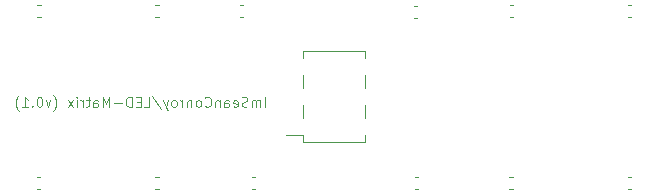
<source format=gbr>
G04 #@! TF.GenerationSoftware,KiCad,Pcbnew,8.0.6*
G04 #@! TF.CreationDate,2025-06-25T21:28:08+01:00*
G04 #@! TF.ProjectId,led-matrix,6c65642d-6d61-4747-9269-782e6b696361,rev?*
G04 #@! TF.SameCoordinates,Original*
G04 #@! TF.FileFunction,Legend,Bot*
G04 #@! TF.FilePolarity,Positive*
%FSLAX46Y46*%
G04 Gerber Fmt 4.6, Leading zero omitted, Abs format (unit mm)*
G04 Created by KiCad (PCBNEW 8.0.6) date 2025-06-25 21:28:08*
%MOMM*%
%LPD*%
G01*
G04 APERTURE LIST*
%ADD10C,0.100000*%
%ADD11C,0.120000*%
G04 APERTURE END LIST*
D10*
X97531830Y-64340777D02*
X97531830Y-63490777D01*
X97127068Y-64340777D02*
X97127068Y-63774110D01*
X97127068Y-63855062D02*
X97086591Y-63814586D01*
X97086591Y-63814586D02*
X97005639Y-63774110D01*
X97005639Y-63774110D02*
X96884210Y-63774110D01*
X96884210Y-63774110D02*
X96803258Y-63814586D01*
X96803258Y-63814586D02*
X96762782Y-63895539D01*
X96762782Y-63895539D02*
X96762782Y-64340777D01*
X96762782Y-63895539D02*
X96722306Y-63814586D01*
X96722306Y-63814586D02*
X96641353Y-63774110D01*
X96641353Y-63774110D02*
X96519925Y-63774110D01*
X96519925Y-63774110D02*
X96438972Y-63814586D01*
X96438972Y-63814586D02*
X96398496Y-63895539D01*
X96398496Y-63895539D02*
X96398496Y-64340777D01*
X96034211Y-64300301D02*
X95912782Y-64340777D01*
X95912782Y-64340777D02*
X95710401Y-64340777D01*
X95710401Y-64340777D02*
X95629449Y-64300301D01*
X95629449Y-64300301D02*
X95588973Y-64259824D01*
X95588973Y-64259824D02*
X95548496Y-64178872D01*
X95548496Y-64178872D02*
X95548496Y-64097920D01*
X95548496Y-64097920D02*
X95588973Y-64016967D01*
X95588973Y-64016967D02*
X95629449Y-63976491D01*
X95629449Y-63976491D02*
X95710401Y-63936015D01*
X95710401Y-63936015D02*
X95872306Y-63895539D01*
X95872306Y-63895539D02*
X95953258Y-63855062D01*
X95953258Y-63855062D02*
X95993735Y-63814586D01*
X95993735Y-63814586D02*
X96034211Y-63733634D01*
X96034211Y-63733634D02*
X96034211Y-63652681D01*
X96034211Y-63652681D02*
X95993735Y-63571729D01*
X95993735Y-63571729D02*
X95953258Y-63531253D01*
X95953258Y-63531253D02*
X95872306Y-63490777D01*
X95872306Y-63490777D02*
X95669925Y-63490777D01*
X95669925Y-63490777D02*
X95548496Y-63531253D01*
X94860401Y-64300301D02*
X94941353Y-64340777D01*
X94941353Y-64340777D02*
X95103258Y-64340777D01*
X95103258Y-64340777D02*
X95184211Y-64300301D01*
X95184211Y-64300301D02*
X95224687Y-64219348D01*
X95224687Y-64219348D02*
X95224687Y-63895539D01*
X95224687Y-63895539D02*
X95184211Y-63814586D01*
X95184211Y-63814586D02*
X95103258Y-63774110D01*
X95103258Y-63774110D02*
X94941353Y-63774110D01*
X94941353Y-63774110D02*
X94860401Y-63814586D01*
X94860401Y-63814586D02*
X94819925Y-63895539D01*
X94819925Y-63895539D02*
X94819925Y-63976491D01*
X94819925Y-63976491D02*
X95224687Y-64057443D01*
X94091354Y-64340777D02*
X94091354Y-63895539D01*
X94091354Y-63895539D02*
X94131830Y-63814586D01*
X94131830Y-63814586D02*
X94212782Y-63774110D01*
X94212782Y-63774110D02*
X94374687Y-63774110D01*
X94374687Y-63774110D02*
X94455640Y-63814586D01*
X94091354Y-64300301D02*
X94172306Y-64340777D01*
X94172306Y-64340777D02*
X94374687Y-64340777D01*
X94374687Y-64340777D02*
X94455640Y-64300301D01*
X94455640Y-64300301D02*
X94496116Y-64219348D01*
X94496116Y-64219348D02*
X94496116Y-64138396D01*
X94496116Y-64138396D02*
X94455640Y-64057443D01*
X94455640Y-64057443D02*
X94374687Y-64016967D01*
X94374687Y-64016967D02*
X94172306Y-64016967D01*
X94172306Y-64016967D02*
X94091354Y-63976491D01*
X93686592Y-63774110D02*
X93686592Y-64340777D01*
X93686592Y-63855062D02*
X93646115Y-63814586D01*
X93646115Y-63814586D02*
X93565163Y-63774110D01*
X93565163Y-63774110D02*
X93443734Y-63774110D01*
X93443734Y-63774110D02*
X93362782Y-63814586D01*
X93362782Y-63814586D02*
X93322306Y-63895539D01*
X93322306Y-63895539D02*
X93322306Y-64340777D01*
X92431829Y-64259824D02*
X92472305Y-64300301D01*
X92472305Y-64300301D02*
X92593734Y-64340777D01*
X92593734Y-64340777D02*
X92674686Y-64340777D01*
X92674686Y-64340777D02*
X92796115Y-64300301D01*
X92796115Y-64300301D02*
X92877067Y-64219348D01*
X92877067Y-64219348D02*
X92917544Y-64138396D01*
X92917544Y-64138396D02*
X92958020Y-63976491D01*
X92958020Y-63976491D02*
X92958020Y-63855062D01*
X92958020Y-63855062D02*
X92917544Y-63693158D01*
X92917544Y-63693158D02*
X92877067Y-63612205D01*
X92877067Y-63612205D02*
X92796115Y-63531253D01*
X92796115Y-63531253D02*
X92674686Y-63490777D01*
X92674686Y-63490777D02*
X92593734Y-63490777D01*
X92593734Y-63490777D02*
X92472305Y-63531253D01*
X92472305Y-63531253D02*
X92431829Y-63571729D01*
X91946115Y-64340777D02*
X92027067Y-64300301D01*
X92027067Y-64300301D02*
X92067544Y-64259824D01*
X92067544Y-64259824D02*
X92108020Y-64178872D01*
X92108020Y-64178872D02*
X92108020Y-63936015D01*
X92108020Y-63936015D02*
X92067544Y-63855062D01*
X92067544Y-63855062D02*
X92027067Y-63814586D01*
X92027067Y-63814586D02*
X91946115Y-63774110D01*
X91946115Y-63774110D02*
X91824686Y-63774110D01*
X91824686Y-63774110D02*
X91743734Y-63814586D01*
X91743734Y-63814586D02*
X91703258Y-63855062D01*
X91703258Y-63855062D02*
X91662782Y-63936015D01*
X91662782Y-63936015D02*
X91662782Y-64178872D01*
X91662782Y-64178872D02*
X91703258Y-64259824D01*
X91703258Y-64259824D02*
X91743734Y-64300301D01*
X91743734Y-64300301D02*
X91824686Y-64340777D01*
X91824686Y-64340777D02*
X91946115Y-64340777D01*
X91298496Y-63774110D02*
X91298496Y-64340777D01*
X91298496Y-63855062D02*
X91258019Y-63814586D01*
X91258019Y-63814586D02*
X91177067Y-63774110D01*
X91177067Y-63774110D02*
X91055638Y-63774110D01*
X91055638Y-63774110D02*
X90974686Y-63814586D01*
X90974686Y-63814586D02*
X90934210Y-63895539D01*
X90934210Y-63895539D02*
X90934210Y-64340777D01*
X90529448Y-64340777D02*
X90529448Y-63774110D01*
X90529448Y-63936015D02*
X90488971Y-63855062D01*
X90488971Y-63855062D02*
X90448495Y-63814586D01*
X90448495Y-63814586D02*
X90367543Y-63774110D01*
X90367543Y-63774110D02*
X90286590Y-63774110D01*
X89881829Y-64340777D02*
X89962781Y-64300301D01*
X89962781Y-64300301D02*
X90003258Y-64259824D01*
X90003258Y-64259824D02*
X90043734Y-64178872D01*
X90043734Y-64178872D02*
X90043734Y-63936015D01*
X90043734Y-63936015D02*
X90003258Y-63855062D01*
X90003258Y-63855062D02*
X89962781Y-63814586D01*
X89962781Y-63814586D02*
X89881829Y-63774110D01*
X89881829Y-63774110D02*
X89760400Y-63774110D01*
X89760400Y-63774110D02*
X89679448Y-63814586D01*
X89679448Y-63814586D02*
X89638972Y-63855062D01*
X89638972Y-63855062D02*
X89598496Y-63936015D01*
X89598496Y-63936015D02*
X89598496Y-64178872D01*
X89598496Y-64178872D02*
X89638972Y-64259824D01*
X89638972Y-64259824D02*
X89679448Y-64300301D01*
X89679448Y-64300301D02*
X89760400Y-64340777D01*
X89760400Y-64340777D02*
X89881829Y-64340777D01*
X89315162Y-63774110D02*
X89112781Y-64340777D01*
X88910400Y-63774110D02*
X89112781Y-64340777D01*
X89112781Y-64340777D02*
X89193733Y-64543158D01*
X89193733Y-64543158D02*
X89234210Y-64583634D01*
X89234210Y-64583634D02*
X89315162Y-64624110D01*
X87979448Y-63450301D02*
X88708019Y-64543158D01*
X87291353Y-64340777D02*
X87696115Y-64340777D01*
X87696115Y-64340777D02*
X87696115Y-63490777D01*
X87008020Y-63895539D02*
X86724686Y-63895539D01*
X86603258Y-64340777D02*
X87008020Y-64340777D01*
X87008020Y-64340777D02*
X87008020Y-63490777D01*
X87008020Y-63490777D02*
X86603258Y-63490777D01*
X86238972Y-64340777D02*
X86238972Y-63490777D01*
X86238972Y-63490777D02*
X86036591Y-63490777D01*
X86036591Y-63490777D02*
X85915162Y-63531253D01*
X85915162Y-63531253D02*
X85834210Y-63612205D01*
X85834210Y-63612205D02*
X85793733Y-63693158D01*
X85793733Y-63693158D02*
X85753257Y-63855062D01*
X85753257Y-63855062D02*
X85753257Y-63976491D01*
X85753257Y-63976491D02*
X85793733Y-64138396D01*
X85793733Y-64138396D02*
X85834210Y-64219348D01*
X85834210Y-64219348D02*
X85915162Y-64300301D01*
X85915162Y-64300301D02*
X86036591Y-64340777D01*
X86036591Y-64340777D02*
X86238972Y-64340777D01*
X85388972Y-64016967D02*
X84741353Y-64016967D01*
X84336591Y-64340777D02*
X84336591Y-63490777D01*
X84336591Y-63490777D02*
X84053257Y-64097920D01*
X84053257Y-64097920D02*
X83769924Y-63490777D01*
X83769924Y-63490777D02*
X83769924Y-64340777D01*
X83000876Y-64340777D02*
X83000876Y-63895539D01*
X83000876Y-63895539D02*
X83041352Y-63814586D01*
X83041352Y-63814586D02*
X83122304Y-63774110D01*
X83122304Y-63774110D02*
X83284209Y-63774110D01*
X83284209Y-63774110D02*
X83365162Y-63814586D01*
X83000876Y-64300301D02*
X83081828Y-64340777D01*
X83081828Y-64340777D02*
X83284209Y-64340777D01*
X83284209Y-64340777D02*
X83365162Y-64300301D01*
X83365162Y-64300301D02*
X83405638Y-64219348D01*
X83405638Y-64219348D02*
X83405638Y-64138396D01*
X83405638Y-64138396D02*
X83365162Y-64057443D01*
X83365162Y-64057443D02*
X83284209Y-64016967D01*
X83284209Y-64016967D02*
X83081828Y-64016967D01*
X83081828Y-64016967D02*
X83000876Y-63976491D01*
X82717542Y-63774110D02*
X82393733Y-63774110D01*
X82596114Y-63490777D02*
X82596114Y-64219348D01*
X82596114Y-64219348D02*
X82555637Y-64300301D01*
X82555637Y-64300301D02*
X82474685Y-64340777D01*
X82474685Y-64340777D02*
X82393733Y-64340777D01*
X82110400Y-64340777D02*
X82110400Y-63774110D01*
X82110400Y-63936015D02*
X82069923Y-63855062D01*
X82069923Y-63855062D02*
X82029447Y-63814586D01*
X82029447Y-63814586D02*
X81948495Y-63774110D01*
X81948495Y-63774110D02*
X81867542Y-63774110D01*
X81584210Y-64340777D02*
X81584210Y-63774110D01*
X81584210Y-63490777D02*
X81624686Y-63531253D01*
X81624686Y-63531253D02*
X81584210Y-63571729D01*
X81584210Y-63571729D02*
X81543733Y-63531253D01*
X81543733Y-63531253D02*
X81584210Y-63490777D01*
X81584210Y-63490777D02*
X81584210Y-63571729D01*
X81260400Y-64340777D02*
X80815162Y-63774110D01*
X81260400Y-63774110D02*
X80815162Y-64340777D01*
X79600876Y-64664586D02*
X79641353Y-64624110D01*
X79641353Y-64624110D02*
X79722305Y-64502681D01*
X79722305Y-64502681D02*
X79762781Y-64421729D01*
X79762781Y-64421729D02*
X79803257Y-64300301D01*
X79803257Y-64300301D02*
X79843734Y-64097920D01*
X79843734Y-64097920D02*
X79843734Y-63936015D01*
X79843734Y-63936015D02*
X79803257Y-63733634D01*
X79803257Y-63733634D02*
X79762781Y-63612205D01*
X79762781Y-63612205D02*
X79722305Y-63531253D01*
X79722305Y-63531253D02*
X79641353Y-63409824D01*
X79641353Y-63409824D02*
X79600876Y-63369348D01*
X79358019Y-63774110D02*
X79155638Y-64340777D01*
X79155638Y-64340777D02*
X78953257Y-63774110D01*
X78467543Y-63490777D02*
X78386590Y-63490777D01*
X78386590Y-63490777D02*
X78305638Y-63531253D01*
X78305638Y-63531253D02*
X78265162Y-63571729D01*
X78265162Y-63571729D02*
X78224686Y-63652681D01*
X78224686Y-63652681D02*
X78184209Y-63814586D01*
X78184209Y-63814586D02*
X78184209Y-64016967D01*
X78184209Y-64016967D02*
X78224686Y-64178872D01*
X78224686Y-64178872D02*
X78265162Y-64259824D01*
X78265162Y-64259824D02*
X78305638Y-64300301D01*
X78305638Y-64300301D02*
X78386590Y-64340777D01*
X78386590Y-64340777D02*
X78467543Y-64340777D01*
X78467543Y-64340777D02*
X78548495Y-64300301D01*
X78548495Y-64300301D02*
X78588971Y-64259824D01*
X78588971Y-64259824D02*
X78629448Y-64178872D01*
X78629448Y-64178872D02*
X78669924Y-64016967D01*
X78669924Y-64016967D02*
X78669924Y-63814586D01*
X78669924Y-63814586D02*
X78629448Y-63652681D01*
X78629448Y-63652681D02*
X78588971Y-63571729D01*
X78588971Y-63571729D02*
X78548495Y-63531253D01*
X78548495Y-63531253D02*
X78467543Y-63490777D01*
X77819924Y-64259824D02*
X77779447Y-64300301D01*
X77779447Y-64300301D02*
X77819924Y-64340777D01*
X77819924Y-64340777D02*
X77860400Y-64300301D01*
X77860400Y-64300301D02*
X77819924Y-64259824D01*
X77819924Y-64259824D02*
X77819924Y-64340777D01*
X76969923Y-64340777D02*
X77455638Y-64340777D01*
X77212781Y-64340777D02*
X77212781Y-63490777D01*
X77212781Y-63490777D02*
X77293733Y-63612205D01*
X77293733Y-63612205D02*
X77374685Y-63693158D01*
X77374685Y-63693158D02*
X77455638Y-63733634D01*
X76686590Y-64664586D02*
X76646114Y-64624110D01*
X76646114Y-64624110D02*
X76565161Y-64502681D01*
X76565161Y-64502681D02*
X76524685Y-64421729D01*
X76524685Y-64421729D02*
X76484209Y-64300301D01*
X76484209Y-64300301D02*
X76443733Y-64097920D01*
X76443733Y-64097920D02*
X76443733Y-63936015D01*
X76443733Y-63936015D02*
X76484209Y-63733634D01*
X76484209Y-63733634D02*
X76524685Y-63612205D01*
X76524685Y-63612205D02*
X76565161Y-63531253D01*
X76565161Y-63531253D02*
X76646114Y-63409824D01*
X76646114Y-63409824D02*
X76686590Y-63369348D01*
D11*
X128520580Y-70240000D02*
X128239420Y-70240000D01*
X128520580Y-71260000D02*
X128239420Y-71260000D01*
X78495580Y-70240000D02*
X78214420Y-70240000D01*
X78495580Y-71260000D02*
X78214420Y-71260000D01*
X128520580Y-55740000D02*
X128239420Y-55740000D01*
X128520580Y-56760000D02*
X128239420Y-56760000D01*
X100755000Y-59587189D02*
X100755000Y-60157189D01*
X100755000Y-61677189D02*
X100755000Y-62697189D01*
X100755000Y-64217189D02*
X100755000Y-65237189D01*
X100755000Y-66757189D02*
X99315000Y-66757189D01*
X100755000Y-66757189D02*
X100755000Y-67327189D01*
X105955000Y-59587189D02*
X100755000Y-59587189D01*
X105955000Y-59587189D02*
X105955000Y-60157189D01*
X105955000Y-61677189D02*
X105955000Y-62697189D01*
X105955000Y-64217189D02*
X105955000Y-65237189D01*
X105955000Y-66757189D02*
X105955000Y-67327189D01*
X105955000Y-67327189D02*
X100755000Y-67327189D01*
X88520580Y-70240000D02*
X88239420Y-70240000D01*
X88520580Y-71260000D02*
X88239420Y-71260000D01*
X110415580Y-55790000D02*
X110134420Y-55790000D01*
X110415580Y-56810000D02*
X110134420Y-56810000D01*
X78520580Y-55740000D02*
X78239420Y-55740000D01*
X78520580Y-56760000D02*
X78239420Y-56760000D01*
X88520580Y-55740000D02*
X88239420Y-55740000D01*
X88520580Y-56760000D02*
X88239420Y-56760000D01*
X118520580Y-55740000D02*
X118239420Y-55740000D01*
X118520580Y-56760000D02*
X118239420Y-56760000D01*
X96409420Y-70240000D02*
X96690580Y-70240000D01*
X96409420Y-71260000D02*
X96690580Y-71260000D01*
X110490580Y-70240000D02*
X110209420Y-70240000D01*
X110490580Y-71260000D02*
X110209420Y-71260000D01*
X95409420Y-55740000D02*
X95690580Y-55740000D01*
X95409420Y-56760000D02*
X95690580Y-56760000D01*
X118495580Y-70240000D02*
X118214420Y-70240000D01*
X118495580Y-71260000D02*
X118214420Y-71260000D01*
M02*

</source>
